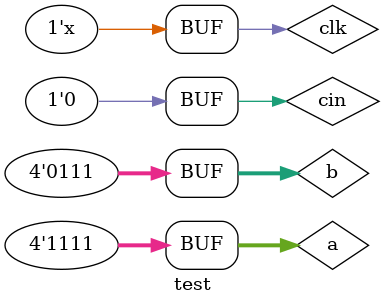
<source format=v>
`timescale 1ns / 1ps


module test();
reg clk;
reg rst;

reg [3:0] a;
reg [3:0] b;
wire [3:0] out;
wire cout;
reg cin;

initial
begin
    a = 15;
    b = 7;
    cin = 0;
    clk = 0;
end

always #10 clk = ~clk;

fulladd fa1(.a(a), .b(b), .c_in(cin), .sum(out), .c_out(cout));

endmodule

</source>
